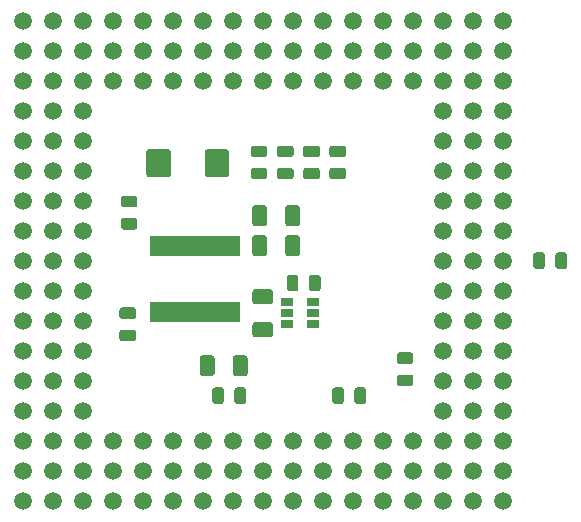
<source format=gbr>
G04 #@! TF.GenerationSoftware,KiCad,Pcbnew,(5.1.5)-3*
G04 #@! TF.CreationDate,2023-10-15T16:11:26+02:00*
G04 #@! TF.ProjectId,486VRM,34383656-524d-42e6-9b69-6361645f7063,rev?*
G04 #@! TF.SameCoordinates,Original*
G04 #@! TF.FileFunction,Paste,Top*
G04 #@! TF.FilePolarity,Positive*
%FSLAX46Y46*%
G04 Gerber Fmt 4.6, Leading zero omitted, Abs format (unit mm)*
G04 Created by KiCad (PCBNEW (5.1.5)-3) date 2023-10-15 16:11:26*
%MOMM*%
%LPD*%
G04 APERTURE LIST*
%ADD10C,0.100000*%
%ADD11C,1.500000*%
%ADD12R,1.060000X0.650000*%
%ADD13R,7.700000X1.800000*%
G04 APERTURE END LIST*
D10*
G36*
X168542142Y-104512174D02*
G01*
X168565803Y-104515684D01*
X168589007Y-104521496D01*
X168611529Y-104529554D01*
X168633153Y-104539782D01*
X168653670Y-104552079D01*
X168672883Y-104566329D01*
X168690607Y-104582393D01*
X168706671Y-104600117D01*
X168720921Y-104619330D01*
X168733218Y-104639847D01*
X168743446Y-104661471D01*
X168751504Y-104683993D01*
X168757316Y-104707197D01*
X168760826Y-104730858D01*
X168762000Y-104754750D01*
X168762000Y-105242250D01*
X168760826Y-105266142D01*
X168757316Y-105289803D01*
X168751504Y-105313007D01*
X168743446Y-105335529D01*
X168733218Y-105357153D01*
X168720921Y-105377670D01*
X168706671Y-105396883D01*
X168690607Y-105414607D01*
X168672883Y-105430671D01*
X168653670Y-105444921D01*
X168633153Y-105457218D01*
X168611529Y-105467446D01*
X168589007Y-105475504D01*
X168565803Y-105481316D01*
X168542142Y-105484826D01*
X168518250Y-105486000D01*
X167605750Y-105486000D01*
X167581858Y-105484826D01*
X167558197Y-105481316D01*
X167534993Y-105475504D01*
X167512471Y-105467446D01*
X167490847Y-105457218D01*
X167470330Y-105444921D01*
X167451117Y-105430671D01*
X167433393Y-105414607D01*
X167417329Y-105396883D01*
X167403079Y-105377670D01*
X167390782Y-105357153D01*
X167380554Y-105335529D01*
X167372496Y-105313007D01*
X167366684Y-105289803D01*
X167363174Y-105266142D01*
X167362000Y-105242250D01*
X167362000Y-104754750D01*
X167363174Y-104730858D01*
X167366684Y-104707197D01*
X167372496Y-104683993D01*
X167380554Y-104661471D01*
X167390782Y-104639847D01*
X167403079Y-104619330D01*
X167417329Y-104600117D01*
X167433393Y-104582393D01*
X167451117Y-104566329D01*
X167470330Y-104552079D01*
X167490847Y-104539782D01*
X167512471Y-104529554D01*
X167534993Y-104521496D01*
X167558197Y-104515684D01*
X167581858Y-104512174D01*
X167605750Y-104511000D01*
X168518250Y-104511000D01*
X168542142Y-104512174D01*
G37*
G36*
X168542142Y-106387174D02*
G01*
X168565803Y-106390684D01*
X168589007Y-106396496D01*
X168611529Y-106404554D01*
X168633153Y-106414782D01*
X168653670Y-106427079D01*
X168672883Y-106441329D01*
X168690607Y-106457393D01*
X168706671Y-106475117D01*
X168720921Y-106494330D01*
X168733218Y-106514847D01*
X168743446Y-106536471D01*
X168751504Y-106558993D01*
X168757316Y-106582197D01*
X168760826Y-106605858D01*
X168762000Y-106629750D01*
X168762000Y-107117250D01*
X168760826Y-107141142D01*
X168757316Y-107164803D01*
X168751504Y-107188007D01*
X168743446Y-107210529D01*
X168733218Y-107232153D01*
X168720921Y-107252670D01*
X168706671Y-107271883D01*
X168690607Y-107289607D01*
X168672883Y-107305671D01*
X168653670Y-107319921D01*
X168633153Y-107332218D01*
X168611529Y-107342446D01*
X168589007Y-107350504D01*
X168565803Y-107356316D01*
X168542142Y-107359826D01*
X168518250Y-107361000D01*
X167605750Y-107361000D01*
X167581858Y-107359826D01*
X167558197Y-107356316D01*
X167534993Y-107350504D01*
X167512471Y-107342446D01*
X167490847Y-107332218D01*
X167470330Y-107319921D01*
X167451117Y-107305671D01*
X167433393Y-107289607D01*
X167417329Y-107271883D01*
X167403079Y-107252670D01*
X167390782Y-107232153D01*
X167380554Y-107210529D01*
X167372496Y-107188007D01*
X167366684Y-107164803D01*
X167363174Y-107141142D01*
X167362000Y-107117250D01*
X167362000Y-106629750D01*
X167363174Y-106605858D01*
X167366684Y-106582197D01*
X167372496Y-106558993D01*
X167380554Y-106536471D01*
X167390782Y-106514847D01*
X167403079Y-106494330D01*
X167417329Y-106475117D01*
X167433393Y-106457393D01*
X167451117Y-106441329D01*
X167470330Y-106427079D01*
X167490847Y-106414782D01*
X167512471Y-106404554D01*
X167534993Y-106396496D01*
X167558197Y-106390684D01*
X167581858Y-106387174D01*
X167605750Y-106386000D01*
X168518250Y-106386000D01*
X168542142Y-106387174D01*
G37*
D11*
X199685000Y-130320000D03*
X199685000Y-125240000D03*
X199685000Y-127780000D03*
X199685000Y-122700000D03*
X199685000Y-120160000D03*
X199685000Y-117620000D03*
X199685000Y-115080000D03*
X199685000Y-112540000D03*
X199685000Y-110000000D03*
X199685000Y-107460000D03*
X199685000Y-104920000D03*
X199685000Y-102380000D03*
X199685000Y-99840000D03*
X199685000Y-97300000D03*
X199685000Y-94760000D03*
X199685000Y-92220000D03*
X199685000Y-89680000D03*
X197145000Y-130320000D03*
X197145000Y-125240000D03*
X197145000Y-127780000D03*
X197145000Y-122700000D03*
X197145000Y-120160000D03*
X197145000Y-117620000D03*
X197145000Y-115080000D03*
X197145000Y-112540000D03*
X197145000Y-110000000D03*
X197145000Y-107460000D03*
X197145000Y-104920000D03*
X197145000Y-102380000D03*
X197145000Y-99840000D03*
X197145000Y-97300000D03*
X197145000Y-94760000D03*
X197145000Y-92220000D03*
X197145000Y-89680000D03*
X194605000Y-130320000D03*
X194605000Y-125240000D03*
X194605000Y-127780000D03*
X194605000Y-122700000D03*
X194605000Y-120160000D03*
X194605000Y-117620000D03*
X194605000Y-115080000D03*
X194605000Y-112540000D03*
X194605000Y-110000000D03*
X194605000Y-107460000D03*
X194605000Y-104920000D03*
X194605000Y-102380000D03*
X194605000Y-99840000D03*
X194605000Y-97300000D03*
X194605000Y-94760000D03*
X194605000Y-92220000D03*
X194605000Y-89680000D03*
X192065000Y-130320000D03*
X192065000Y-125240000D03*
X192065000Y-127780000D03*
X192065000Y-94760000D03*
X192065000Y-92220000D03*
X192065000Y-89680000D03*
X189525000Y-130320000D03*
X189525000Y-125240000D03*
X189525000Y-127780000D03*
X189525000Y-94760000D03*
X189525000Y-92220000D03*
X189525000Y-89680000D03*
X186985000Y-130320000D03*
X186985000Y-125240000D03*
X186985000Y-127780000D03*
X186985000Y-94760000D03*
X186985000Y-92220000D03*
X186985000Y-89680000D03*
X184445000Y-130320000D03*
X184445000Y-125240000D03*
X184445000Y-127780000D03*
X184445000Y-94760000D03*
X184445000Y-92220000D03*
X184445000Y-89680000D03*
X181905000Y-130320000D03*
X181905000Y-125240000D03*
X181905000Y-127780000D03*
X181905000Y-94760000D03*
X181905000Y-92220000D03*
X181905000Y-89680000D03*
X179365000Y-130320000D03*
X179365000Y-125240000D03*
X179365000Y-127780000D03*
X179365000Y-94760000D03*
X179365000Y-92220000D03*
X179365000Y-89680000D03*
X176825000Y-130320000D03*
X176825000Y-125240000D03*
X176825000Y-127780000D03*
X176825000Y-94760000D03*
X176825000Y-92220000D03*
X176825000Y-89680000D03*
X174285000Y-130320000D03*
X174285000Y-125240000D03*
X174285000Y-127780000D03*
X174285000Y-94760000D03*
X174285000Y-92220000D03*
X174285000Y-89680000D03*
X171745000Y-130320000D03*
X171745000Y-125240000D03*
X171745000Y-127780000D03*
X171745000Y-94760000D03*
X171745000Y-92220000D03*
X171745000Y-89680000D03*
X169205000Y-130320000D03*
X169205000Y-125240000D03*
X169205000Y-127780000D03*
X169205000Y-94760000D03*
X169205000Y-92220000D03*
X169205000Y-89680000D03*
X166665000Y-130320000D03*
X166665000Y-125240000D03*
X166665000Y-127780000D03*
X166665000Y-94760000D03*
X166665000Y-92220000D03*
X166665000Y-89680000D03*
X164125000Y-130320000D03*
X164125000Y-125240000D03*
X164125000Y-127780000D03*
X164125000Y-122700000D03*
X164125000Y-120160000D03*
X164125000Y-117620000D03*
X164125000Y-115080000D03*
X164125000Y-112540000D03*
X164125000Y-110000000D03*
X164125000Y-107460000D03*
X164125000Y-104920000D03*
X164125000Y-102380000D03*
X164125000Y-99840000D03*
X164125000Y-97300000D03*
X164125000Y-94760000D03*
X164125000Y-92220000D03*
X164125000Y-89680000D03*
X161585000Y-130320000D03*
X161585000Y-125240000D03*
X161585000Y-127780000D03*
X161585000Y-122700000D03*
X161585000Y-120160000D03*
X161585000Y-117620000D03*
X161585000Y-115080000D03*
X161585000Y-112540000D03*
X161585000Y-110000000D03*
X161585000Y-107460000D03*
X161585000Y-104920000D03*
X161585000Y-102380000D03*
X161585000Y-99840000D03*
X161585000Y-97300000D03*
X161585000Y-94760000D03*
X161585000Y-92220000D03*
X161585000Y-89680000D03*
X159045000Y-130320000D03*
X159045000Y-125240000D03*
X159045000Y-127780000D03*
X159045000Y-122700000D03*
X159045000Y-120160000D03*
X159045000Y-117620000D03*
X159045000Y-115080000D03*
X159045000Y-112540000D03*
X159045000Y-110000000D03*
X159045000Y-107460000D03*
X159045000Y-104920000D03*
X159045000Y-102380000D03*
X159045000Y-99840000D03*
X159045000Y-97300000D03*
X159045000Y-94760000D03*
X159045000Y-92220000D03*
X159045000Y-89680000D03*
D10*
G36*
X176289504Y-100571204D02*
G01*
X176313773Y-100574804D01*
X176337571Y-100580765D01*
X176360671Y-100589030D01*
X176382849Y-100599520D01*
X176403893Y-100612133D01*
X176423598Y-100626747D01*
X176441777Y-100643223D01*
X176458253Y-100661402D01*
X176472867Y-100681107D01*
X176485480Y-100702151D01*
X176495970Y-100724329D01*
X176504235Y-100747429D01*
X176510196Y-100771227D01*
X176513796Y-100795496D01*
X176515000Y-100820000D01*
X176515000Y-102670000D01*
X176513796Y-102694504D01*
X176510196Y-102718773D01*
X176504235Y-102742571D01*
X176495970Y-102765671D01*
X176485480Y-102787849D01*
X176472867Y-102808893D01*
X176458253Y-102828598D01*
X176441777Y-102846777D01*
X176423598Y-102863253D01*
X176403893Y-102877867D01*
X176382849Y-102890480D01*
X176360671Y-102900970D01*
X176337571Y-102909235D01*
X176313773Y-102915196D01*
X176289504Y-102918796D01*
X176265000Y-102920000D01*
X174690000Y-102920000D01*
X174665496Y-102918796D01*
X174641227Y-102915196D01*
X174617429Y-102909235D01*
X174594329Y-102900970D01*
X174572151Y-102890480D01*
X174551107Y-102877867D01*
X174531402Y-102863253D01*
X174513223Y-102846777D01*
X174496747Y-102828598D01*
X174482133Y-102808893D01*
X174469520Y-102787849D01*
X174459030Y-102765671D01*
X174450765Y-102742571D01*
X174444804Y-102718773D01*
X174441204Y-102694504D01*
X174440000Y-102670000D01*
X174440000Y-100820000D01*
X174441204Y-100795496D01*
X174444804Y-100771227D01*
X174450765Y-100747429D01*
X174459030Y-100724329D01*
X174469520Y-100702151D01*
X174482133Y-100681107D01*
X174496747Y-100661402D01*
X174513223Y-100643223D01*
X174531402Y-100626747D01*
X174551107Y-100612133D01*
X174572151Y-100599520D01*
X174594329Y-100589030D01*
X174617429Y-100580765D01*
X174641227Y-100574804D01*
X174665496Y-100571204D01*
X174690000Y-100570000D01*
X176265000Y-100570000D01*
X176289504Y-100571204D01*
G37*
G36*
X171364504Y-100571204D02*
G01*
X171388773Y-100574804D01*
X171412571Y-100580765D01*
X171435671Y-100589030D01*
X171457849Y-100599520D01*
X171478893Y-100612133D01*
X171498598Y-100626747D01*
X171516777Y-100643223D01*
X171533253Y-100661402D01*
X171547867Y-100681107D01*
X171560480Y-100702151D01*
X171570970Y-100724329D01*
X171579235Y-100747429D01*
X171585196Y-100771227D01*
X171588796Y-100795496D01*
X171590000Y-100820000D01*
X171590000Y-102670000D01*
X171588796Y-102694504D01*
X171585196Y-102718773D01*
X171579235Y-102742571D01*
X171570970Y-102765671D01*
X171560480Y-102787849D01*
X171547867Y-102808893D01*
X171533253Y-102828598D01*
X171516777Y-102846777D01*
X171498598Y-102863253D01*
X171478893Y-102877867D01*
X171457849Y-102890480D01*
X171435671Y-102900970D01*
X171412571Y-102909235D01*
X171388773Y-102915196D01*
X171364504Y-102918796D01*
X171340000Y-102920000D01*
X169765000Y-102920000D01*
X169740496Y-102918796D01*
X169716227Y-102915196D01*
X169692429Y-102909235D01*
X169669329Y-102900970D01*
X169647151Y-102890480D01*
X169626107Y-102877867D01*
X169606402Y-102863253D01*
X169588223Y-102846777D01*
X169571747Y-102828598D01*
X169557133Y-102808893D01*
X169544520Y-102787849D01*
X169534030Y-102765671D01*
X169525765Y-102742571D01*
X169519804Y-102718773D01*
X169516204Y-102694504D01*
X169515000Y-102670000D01*
X169515000Y-100820000D01*
X169516204Y-100795496D01*
X169519804Y-100771227D01*
X169525765Y-100747429D01*
X169534030Y-100724329D01*
X169544520Y-100702151D01*
X169557133Y-100681107D01*
X169571747Y-100661402D01*
X169588223Y-100643223D01*
X169606402Y-100626747D01*
X169626107Y-100612133D01*
X169647151Y-100599520D01*
X169669329Y-100589030D01*
X169692429Y-100580765D01*
X169716227Y-100574804D01*
X169740496Y-100571204D01*
X169765000Y-100570000D01*
X171340000Y-100570000D01*
X171364504Y-100571204D01*
G37*
G36*
X177727642Y-120731174D02*
G01*
X177751303Y-120734684D01*
X177774507Y-120740496D01*
X177797029Y-120748554D01*
X177818653Y-120758782D01*
X177839170Y-120771079D01*
X177858383Y-120785329D01*
X177876107Y-120801393D01*
X177892171Y-120819117D01*
X177906421Y-120838330D01*
X177918718Y-120858847D01*
X177928946Y-120880471D01*
X177937004Y-120902993D01*
X177942816Y-120926197D01*
X177946326Y-120949858D01*
X177947500Y-120973750D01*
X177947500Y-121886250D01*
X177946326Y-121910142D01*
X177942816Y-121933803D01*
X177937004Y-121957007D01*
X177928946Y-121979529D01*
X177918718Y-122001153D01*
X177906421Y-122021670D01*
X177892171Y-122040883D01*
X177876107Y-122058607D01*
X177858383Y-122074671D01*
X177839170Y-122088921D01*
X177818653Y-122101218D01*
X177797029Y-122111446D01*
X177774507Y-122119504D01*
X177751303Y-122125316D01*
X177727642Y-122128826D01*
X177703750Y-122130000D01*
X177216250Y-122130000D01*
X177192358Y-122128826D01*
X177168697Y-122125316D01*
X177145493Y-122119504D01*
X177122971Y-122111446D01*
X177101347Y-122101218D01*
X177080830Y-122088921D01*
X177061617Y-122074671D01*
X177043893Y-122058607D01*
X177027829Y-122040883D01*
X177013579Y-122021670D01*
X177001282Y-122001153D01*
X176991054Y-121979529D01*
X176982996Y-121957007D01*
X176977184Y-121933803D01*
X176973674Y-121910142D01*
X176972500Y-121886250D01*
X176972500Y-120973750D01*
X176973674Y-120949858D01*
X176977184Y-120926197D01*
X176982996Y-120902993D01*
X176991054Y-120880471D01*
X177001282Y-120858847D01*
X177013579Y-120838330D01*
X177027829Y-120819117D01*
X177043893Y-120801393D01*
X177061617Y-120785329D01*
X177080830Y-120771079D01*
X177101347Y-120758782D01*
X177122971Y-120748554D01*
X177145493Y-120740496D01*
X177168697Y-120734684D01*
X177192358Y-120731174D01*
X177216250Y-120730000D01*
X177703750Y-120730000D01*
X177727642Y-120731174D01*
G37*
G36*
X175852642Y-120731174D02*
G01*
X175876303Y-120734684D01*
X175899507Y-120740496D01*
X175922029Y-120748554D01*
X175943653Y-120758782D01*
X175964170Y-120771079D01*
X175983383Y-120785329D01*
X176001107Y-120801393D01*
X176017171Y-120819117D01*
X176031421Y-120838330D01*
X176043718Y-120858847D01*
X176053946Y-120880471D01*
X176062004Y-120902993D01*
X176067816Y-120926197D01*
X176071326Y-120949858D01*
X176072500Y-120973750D01*
X176072500Y-121886250D01*
X176071326Y-121910142D01*
X176067816Y-121933803D01*
X176062004Y-121957007D01*
X176053946Y-121979529D01*
X176043718Y-122001153D01*
X176031421Y-122021670D01*
X176017171Y-122040883D01*
X176001107Y-122058607D01*
X175983383Y-122074671D01*
X175964170Y-122088921D01*
X175943653Y-122101218D01*
X175922029Y-122111446D01*
X175899507Y-122119504D01*
X175876303Y-122125316D01*
X175852642Y-122128826D01*
X175828750Y-122130000D01*
X175341250Y-122130000D01*
X175317358Y-122128826D01*
X175293697Y-122125316D01*
X175270493Y-122119504D01*
X175247971Y-122111446D01*
X175226347Y-122101218D01*
X175205830Y-122088921D01*
X175186617Y-122074671D01*
X175168893Y-122058607D01*
X175152829Y-122040883D01*
X175138579Y-122021670D01*
X175126282Y-122001153D01*
X175116054Y-121979529D01*
X175107996Y-121957007D01*
X175102184Y-121933803D01*
X175098674Y-121910142D01*
X175097500Y-121886250D01*
X175097500Y-120973750D01*
X175098674Y-120949858D01*
X175102184Y-120926197D01*
X175107996Y-120902993D01*
X175116054Y-120880471D01*
X175126282Y-120858847D01*
X175138579Y-120838330D01*
X175152829Y-120819117D01*
X175168893Y-120801393D01*
X175186617Y-120785329D01*
X175205830Y-120771079D01*
X175226347Y-120758782D01*
X175247971Y-120748554D01*
X175270493Y-120740496D01*
X175293697Y-120734684D01*
X175317358Y-120731174D01*
X175341250Y-120730000D01*
X175828750Y-120730000D01*
X175852642Y-120731174D01*
G37*
G36*
X187887642Y-120731174D02*
G01*
X187911303Y-120734684D01*
X187934507Y-120740496D01*
X187957029Y-120748554D01*
X187978653Y-120758782D01*
X187999170Y-120771079D01*
X188018383Y-120785329D01*
X188036107Y-120801393D01*
X188052171Y-120819117D01*
X188066421Y-120838330D01*
X188078718Y-120858847D01*
X188088946Y-120880471D01*
X188097004Y-120902993D01*
X188102816Y-120926197D01*
X188106326Y-120949858D01*
X188107500Y-120973750D01*
X188107500Y-121886250D01*
X188106326Y-121910142D01*
X188102816Y-121933803D01*
X188097004Y-121957007D01*
X188088946Y-121979529D01*
X188078718Y-122001153D01*
X188066421Y-122021670D01*
X188052171Y-122040883D01*
X188036107Y-122058607D01*
X188018383Y-122074671D01*
X187999170Y-122088921D01*
X187978653Y-122101218D01*
X187957029Y-122111446D01*
X187934507Y-122119504D01*
X187911303Y-122125316D01*
X187887642Y-122128826D01*
X187863750Y-122130000D01*
X187376250Y-122130000D01*
X187352358Y-122128826D01*
X187328697Y-122125316D01*
X187305493Y-122119504D01*
X187282971Y-122111446D01*
X187261347Y-122101218D01*
X187240830Y-122088921D01*
X187221617Y-122074671D01*
X187203893Y-122058607D01*
X187187829Y-122040883D01*
X187173579Y-122021670D01*
X187161282Y-122001153D01*
X187151054Y-121979529D01*
X187142996Y-121957007D01*
X187137184Y-121933803D01*
X187133674Y-121910142D01*
X187132500Y-121886250D01*
X187132500Y-120973750D01*
X187133674Y-120949858D01*
X187137184Y-120926197D01*
X187142996Y-120902993D01*
X187151054Y-120880471D01*
X187161282Y-120858847D01*
X187173579Y-120838330D01*
X187187829Y-120819117D01*
X187203893Y-120801393D01*
X187221617Y-120785329D01*
X187240830Y-120771079D01*
X187261347Y-120758782D01*
X187282971Y-120748554D01*
X187305493Y-120740496D01*
X187328697Y-120734684D01*
X187352358Y-120731174D01*
X187376250Y-120730000D01*
X187863750Y-120730000D01*
X187887642Y-120731174D01*
G37*
G36*
X186012642Y-120731174D02*
G01*
X186036303Y-120734684D01*
X186059507Y-120740496D01*
X186082029Y-120748554D01*
X186103653Y-120758782D01*
X186124170Y-120771079D01*
X186143383Y-120785329D01*
X186161107Y-120801393D01*
X186177171Y-120819117D01*
X186191421Y-120838330D01*
X186203718Y-120858847D01*
X186213946Y-120880471D01*
X186222004Y-120902993D01*
X186227816Y-120926197D01*
X186231326Y-120949858D01*
X186232500Y-120973750D01*
X186232500Y-121886250D01*
X186231326Y-121910142D01*
X186227816Y-121933803D01*
X186222004Y-121957007D01*
X186213946Y-121979529D01*
X186203718Y-122001153D01*
X186191421Y-122021670D01*
X186177171Y-122040883D01*
X186161107Y-122058607D01*
X186143383Y-122074671D01*
X186124170Y-122088921D01*
X186103653Y-122101218D01*
X186082029Y-122111446D01*
X186059507Y-122119504D01*
X186036303Y-122125316D01*
X186012642Y-122128826D01*
X185988750Y-122130000D01*
X185501250Y-122130000D01*
X185477358Y-122128826D01*
X185453697Y-122125316D01*
X185430493Y-122119504D01*
X185407971Y-122111446D01*
X185386347Y-122101218D01*
X185365830Y-122088921D01*
X185346617Y-122074671D01*
X185328893Y-122058607D01*
X185312829Y-122040883D01*
X185298579Y-122021670D01*
X185286282Y-122001153D01*
X185276054Y-121979529D01*
X185267996Y-121957007D01*
X185262184Y-121933803D01*
X185258674Y-121910142D01*
X185257500Y-121886250D01*
X185257500Y-120973750D01*
X185258674Y-120949858D01*
X185262184Y-120926197D01*
X185267996Y-120902993D01*
X185276054Y-120880471D01*
X185286282Y-120858847D01*
X185298579Y-120838330D01*
X185312829Y-120819117D01*
X185328893Y-120801393D01*
X185346617Y-120785329D01*
X185365830Y-120771079D01*
X185386347Y-120758782D01*
X185407971Y-120748554D01*
X185430493Y-120740496D01*
X185453697Y-120734684D01*
X185477358Y-120731174D01*
X185501250Y-120730000D01*
X185988750Y-120730000D01*
X186012642Y-120731174D01*
G37*
G36*
X191910142Y-117768674D02*
G01*
X191933803Y-117772184D01*
X191957007Y-117777996D01*
X191979529Y-117786054D01*
X192001153Y-117796282D01*
X192021670Y-117808579D01*
X192040883Y-117822829D01*
X192058607Y-117838893D01*
X192074671Y-117856617D01*
X192088921Y-117875830D01*
X192101218Y-117896347D01*
X192111446Y-117917971D01*
X192119504Y-117940493D01*
X192125316Y-117963697D01*
X192128826Y-117987358D01*
X192130000Y-118011250D01*
X192130000Y-118498750D01*
X192128826Y-118522642D01*
X192125316Y-118546303D01*
X192119504Y-118569507D01*
X192111446Y-118592029D01*
X192101218Y-118613653D01*
X192088921Y-118634170D01*
X192074671Y-118653383D01*
X192058607Y-118671107D01*
X192040883Y-118687171D01*
X192021670Y-118701421D01*
X192001153Y-118713718D01*
X191979529Y-118723946D01*
X191957007Y-118732004D01*
X191933803Y-118737816D01*
X191910142Y-118741326D01*
X191886250Y-118742500D01*
X190973750Y-118742500D01*
X190949858Y-118741326D01*
X190926197Y-118737816D01*
X190902993Y-118732004D01*
X190880471Y-118723946D01*
X190858847Y-118713718D01*
X190838330Y-118701421D01*
X190819117Y-118687171D01*
X190801393Y-118671107D01*
X190785329Y-118653383D01*
X190771079Y-118634170D01*
X190758782Y-118613653D01*
X190748554Y-118592029D01*
X190740496Y-118569507D01*
X190734684Y-118546303D01*
X190731174Y-118522642D01*
X190730000Y-118498750D01*
X190730000Y-118011250D01*
X190731174Y-117987358D01*
X190734684Y-117963697D01*
X190740496Y-117940493D01*
X190748554Y-117917971D01*
X190758782Y-117896347D01*
X190771079Y-117875830D01*
X190785329Y-117856617D01*
X190801393Y-117838893D01*
X190819117Y-117822829D01*
X190838330Y-117808579D01*
X190858847Y-117796282D01*
X190880471Y-117786054D01*
X190902993Y-117777996D01*
X190926197Y-117772184D01*
X190949858Y-117768674D01*
X190973750Y-117767500D01*
X191886250Y-117767500D01*
X191910142Y-117768674D01*
G37*
G36*
X191910142Y-119643674D02*
G01*
X191933803Y-119647184D01*
X191957007Y-119652996D01*
X191979529Y-119661054D01*
X192001153Y-119671282D01*
X192021670Y-119683579D01*
X192040883Y-119697829D01*
X192058607Y-119713893D01*
X192074671Y-119731617D01*
X192088921Y-119750830D01*
X192101218Y-119771347D01*
X192111446Y-119792971D01*
X192119504Y-119815493D01*
X192125316Y-119838697D01*
X192128826Y-119862358D01*
X192130000Y-119886250D01*
X192130000Y-120373750D01*
X192128826Y-120397642D01*
X192125316Y-120421303D01*
X192119504Y-120444507D01*
X192111446Y-120467029D01*
X192101218Y-120488653D01*
X192088921Y-120509170D01*
X192074671Y-120528383D01*
X192058607Y-120546107D01*
X192040883Y-120562171D01*
X192021670Y-120576421D01*
X192001153Y-120588718D01*
X191979529Y-120598946D01*
X191957007Y-120607004D01*
X191933803Y-120612816D01*
X191910142Y-120616326D01*
X191886250Y-120617500D01*
X190973750Y-120617500D01*
X190949858Y-120616326D01*
X190926197Y-120612816D01*
X190902993Y-120607004D01*
X190880471Y-120598946D01*
X190858847Y-120588718D01*
X190838330Y-120576421D01*
X190819117Y-120562171D01*
X190801393Y-120546107D01*
X190785329Y-120528383D01*
X190771079Y-120509170D01*
X190758782Y-120488653D01*
X190748554Y-120467029D01*
X190740496Y-120444507D01*
X190734684Y-120421303D01*
X190731174Y-120397642D01*
X190730000Y-120373750D01*
X190730000Y-119886250D01*
X190731174Y-119862358D01*
X190734684Y-119838697D01*
X190740496Y-119815493D01*
X190748554Y-119792971D01*
X190758782Y-119771347D01*
X190771079Y-119750830D01*
X190785329Y-119731617D01*
X190801393Y-119713893D01*
X190819117Y-119697829D01*
X190838330Y-119683579D01*
X190858847Y-119671282D01*
X190880471Y-119661054D01*
X190902993Y-119652996D01*
X190926197Y-119647184D01*
X190949858Y-119643674D01*
X190973750Y-119642500D01*
X191886250Y-119642500D01*
X191910142Y-119643674D01*
G37*
G36*
X168415142Y-113958674D02*
G01*
X168438803Y-113962184D01*
X168462007Y-113967996D01*
X168484529Y-113976054D01*
X168506153Y-113986282D01*
X168526670Y-113998579D01*
X168545883Y-114012829D01*
X168563607Y-114028893D01*
X168579671Y-114046617D01*
X168593921Y-114065830D01*
X168606218Y-114086347D01*
X168616446Y-114107971D01*
X168624504Y-114130493D01*
X168630316Y-114153697D01*
X168633826Y-114177358D01*
X168635000Y-114201250D01*
X168635000Y-114688750D01*
X168633826Y-114712642D01*
X168630316Y-114736303D01*
X168624504Y-114759507D01*
X168616446Y-114782029D01*
X168606218Y-114803653D01*
X168593921Y-114824170D01*
X168579671Y-114843383D01*
X168563607Y-114861107D01*
X168545883Y-114877171D01*
X168526670Y-114891421D01*
X168506153Y-114903718D01*
X168484529Y-114913946D01*
X168462007Y-114922004D01*
X168438803Y-114927816D01*
X168415142Y-114931326D01*
X168391250Y-114932500D01*
X167478750Y-114932500D01*
X167454858Y-114931326D01*
X167431197Y-114927816D01*
X167407993Y-114922004D01*
X167385471Y-114913946D01*
X167363847Y-114903718D01*
X167343330Y-114891421D01*
X167324117Y-114877171D01*
X167306393Y-114861107D01*
X167290329Y-114843383D01*
X167276079Y-114824170D01*
X167263782Y-114803653D01*
X167253554Y-114782029D01*
X167245496Y-114759507D01*
X167239684Y-114736303D01*
X167236174Y-114712642D01*
X167235000Y-114688750D01*
X167235000Y-114201250D01*
X167236174Y-114177358D01*
X167239684Y-114153697D01*
X167245496Y-114130493D01*
X167253554Y-114107971D01*
X167263782Y-114086347D01*
X167276079Y-114065830D01*
X167290329Y-114046617D01*
X167306393Y-114028893D01*
X167324117Y-114012829D01*
X167343330Y-113998579D01*
X167363847Y-113986282D01*
X167385471Y-113976054D01*
X167407993Y-113967996D01*
X167431197Y-113962184D01*
X167454858Y-113958674D01*
X167478750Y-113957500D01*
X168391250Y-113957500D01*
X168415142Y-113958674D01*
G37*
G36*
X168415142Y-115833674D02*
G01*
X168438803Y-115837184D01*
X168462007Y-115842996D01*
X168484529Y-115851054D01*
X168506153Y-115861282D01*
X168526670Y-115873579D01*
X168545883Y-115887829D01*
X168563607Y-115903893D01*
X168579671Y-115921617D01*
X168593921Y-115940830D01*
X168606218Y-115961347D01*
X168616446Y-115982971D01*
X168624504Y-116005493D01*
X168630316Y-116028697D01*
X168633826Y-116052358D01*
X168635000Y-116076250D01*
X168635000Y-116563750D01*
X168633826Y-116587642D01*
X168630316Y-116611303D01*
X168624504Y-116634507D01*
X168616446Y-116657029D01*
X168606218Y-116678653D01*
X168593921Y-116699170D01*
X168579671Y-116718383D01*
X168563607Y-116736107D01*
X168545883Y-116752171D01*
X168526670Y-116766421D01*
X168506153Y-116778718D01*
X168484529Y-116788946D01*
X168462007Y-116797004D01*
X168438803Y-116802816D01*
X168415142Y-116806326D01*
X168391250Y-116807500D01*
X167478750Y-116807500D01*
X167454858Y-116806326D01*
X167431197Y-116802816D01*
X167407993Y-116797004D01*
X167385471Y-116788946D01*
X167363847Y-116778718D01*
X167343330Y-116766421D01*
X167324117Y-116752171D01*
X167306393Y-116736107D01*
X167290329Y-116718383D01*
X167276079Y-116699170D01*
X167263782Y-116678653D01*
X167253554Y-116657029D01*
X167245496Y-116634507D01*
X167239684Y-116611303D01*
X167236174Y-116587642D01*
X167235000Y-116563750D01*
X167235000Y-116076250D01*
X167236174Y-116052358D01*
X167239684Y-116028697D01*
X167245496Y-116005493D01*
X167253554Y-115982971D01*
X167263782Y-115961347D01*
X167276079Y-115940830D01*
X167290329Y-115921617D01*
X167306393Y-115903893D01*
X167324117Y-115887829D01*
X167343330Y-115873579D01*
X167363847Y-115861282D01*
X167385471Y-115851054D01*
X167407993Y-115842996D01*
X167431197Y-115837184D01*
X167454858Y-115833674D01*
X167478750Y-115832500D01*
X168391250Y-115832500D01*
X168415142Y-115833674D01*
G37*
D12*
X183640000Y-114445000D03*
X183640000Y-113495000D03*
X183640000Y-115395000D03*
X181440000Y-115395000D03*
X181440000Y-114445000D03*
X181440000Y-113495000D03*
D10*
G36*
X203030642Y-109301174D02*
G01*
X203054303Y-109304684D01*
X203077507Y-109310496D01*
X203100029Y-109318554D01*
X203121653Y-109328782D01*
X203142170Y-109341079D01*
X203161383Y-109355329D01*
X203179107Y-109371393D01*
X203195171Y-109389117D01*
X203209421Y-109408330D01*
X203221718Y-109428847D01*
X203231946Y-109450471D01*
X203240004Y-109472993D01*
X203245816Y-109496197D01*
X203249326Y-109519858D01*
X203250500Y-109543750D01*
X203250500Y-110456250D01*
X203249326Y-110480142D01*
X203245816Y-110503803D01*
X203240004Y-110527007D01*
X203231946Y-110549529D01*
X203221718Y-110571153D01*
X203209421Y-110591670D01*
X203195171Y-110610883D01*
X203179107Y-110628607D01*
X203161383Y-110644671D01*
X203142170Y-110658921D01*
X203121653Y-110671218D01*
X203100029Y-110681446D01*
X203077507Y-110689504D01*
X203054303Y-110695316D01*
X203030642Y-110698826D01*
X203006750Y-110700000D01*
X202519250Y-110700000D01*
X202495358Y-110698826D01*
X202471697Y-110695316D01*
X202448493Y-110689504D01*
X202425971Y-110681446D01*
X202404347Y-110671218D01*
X202383830Y-110658921D01*
X202364617Y-110644671D01*
X202346893Y-110628607D01*
X202330829Y-110610883D01*
X202316579Y-110591670D01*
X202304282Y-110571153D01*
X202294054Y-110549529D01*
X202285996Y-110527007D01*
X202280184Y-110503803D01*
X202276674Y-110480142D01*
X202275500Y-110456250D01*
X202275500Y-109543750D01*
X202276674Y-109519858D01*
X202280184Y-109496197D01*
X202285996Y-109472993D01*
X202294054Y-109450471D01*
X202304282Y-109428847D01*
X202316579Y-109408330D01*
X202330829Y-109389117D01*
X202346893Y-109371393D01*
X202364617Y-109355329D01*
X202383830Y-109341079D01*
X202404347Y-109328782D01*
X202425971Y-109318554D01*
X202448493Y-109310496D01*
X202471697Y-109304684D01*
X202495358Y-109301174D01*
X202519250Y-109300000D01*
X203006750Y-109300000D01*
X203030642Y-109301174D01*
G37*
G36*
X204905642Y-109301174D02*
G01*
X204929303Y-109304684D01*
X204952507Y-109310496D01*
X204975029Y-109318554D01*
X204996653Y-109328782D01*
X205017170Y-109341079D01*
X205036383Y-109355329D01*
X205054107Y-109371393D01*
X205070171Y-109389117D01*
X205084421Y-109408330D01*
X205096718Y-109428847D01*
X205106946Y-109450471D01*
X205115004Y-109472993D01*
X205120816Y-109496197D01*
X205124326Y-109519858D01*
X205125500Y-109543750D01*
X205125500Y-110456250D01*
X205124326Y-110480142D01*
X205120816Y-110503803D01*
X205115004Y-110527007D01*
X205106946Y-110549529D01*
X205096718Y-110571153D01*
X205084421Y-110591670D01*
X205070171Y-110610883D01*
X205054107Y-110628607D01*
X205036383Y-110644671D01*
X205017170Y-110658921D01*
X204996653Y-110671218D01*
X204975029Y-110681446D01*
X204952507Y-110689504D01*
X204929303Y-110695316D01*
X204905642Y-110698826D01*
X204881750Y-110700000D01*
X204394250Y-110700000D01*
X204370358Y-110698826D01*
X204346697Y-110695316D01*
X204323493Y-110689504D01*
X204300971Y-110681446D01*
X204279347Y-110671218D01*
X204258830Y-110658921D01*
X204239617Y-110644671D01*
X204221893Y-110628607D01*
X204205829Y-110610883D01*
X204191579Y-110591670D01*
X204179282Y-110571153D01*
X204169054Y-110549529D01*
X204160996Y-110527007D01*
X204155184Y-110503803D01*
X204151674Y-110480142D01*
X204150500Y-110456250D01*
X204150500Y-109543750D01*
X204151674Y-109519858D01*
X204155184Y-109496197D01*
X204160996Y-109472993D01*
X204169054Y-109450471D01*
X204179282Y-109428847D01*
X204191579Y-109408330D01*
X204205829Y-109389117D01*
X204221893Y-109371393D01*
X204239617Y-109355329D01*
X204258830Y-109341079D01*
X204279347Y-109328782D01*
X204300971Y-109318554D01*
X204323493Y-109310496D01*
X204346697Y-109304684D01*
X204370358Y-109301174D01*
X204394250Y-109300000D01*
X204881750Y-109300000D01*
X204905642Y-109301174D01*
G37*
G36*
X186195142Y-100256174D02*
G01*
X186218803Y-100259684D01*
X186242007Y-100265496D01*
X186264529Y-100273554D01*
X186286153Y-100283782D01*
X186306670Y-100296079D01*
X186325883Y-100310329D01*
X186343607Y-100326393D01*
X186359671Y-100344117D01*
X186373921Y-100363330D01*
X186386218Y-100383847D01*
X186396446Y-100405471D01*
X186404504Y-100427993D01*
X186410316Y-100451197D01*
X186413826Y-100474858D01*
X186415000Y-100498750D01*
X186415000Y-100986250D01*
X186413826Y-101010142D01*
X186410316Y-101033803D01*
X186404504Y-101057007D01*
X186396446Y-101079529D01*
X186386218Y-101101153D01*
X186373921Y-101121670D01*
X186359671Y-101140883D01*
X186343607Y-101158607D01*
X186325883Y-101174671D01*
X186306670Y-101188921D01*
X186286153Y-101201218D01*
X186264529Y-101211446D01*
X186242007Y-101219504D01*
X186218803Y-101225316D01*
X186195142Y-101228826D01*
X186171250Y-101230000D01*
X185258750Y-101230000D01*
X185234858Y-101228826D01*
X185211197Y-101225316D01*
X185187993Y-101219504D01*
X185165471Y-101211446D01*
X185143847Y-101201218D01*
X185123330Y-101188921D01*
X185104117Y-101174671D01*
X185086393Y-101158607D01*
X185070329Y-101140883D01*
X185056079Y-101121670D01*
X185043782Y-101101153D01*
X185033554Y-101079529D01*
X185025496Y-101057007D01*
X185019684Y-101033803D01*
X185016174Y-101010142D01*
X185015000Y-100986250D01*
X185015000Y-100498750D01*
X185016174Y-100474858D01*
X185019684Y-100451197D01*
X185025496Y-100427993D01*
X185033554Y-100405471D01*
X185043782Y-100383847D01*
X185056079Y-100363330D01*
X185070329Y-100344117D01*
X185086393Y-100326393D01*
X185104117Y-100310329D01*
X185123330Y-100296079D01*
X185143847Y-100283782D01*
X185165471Y-100273554D01*
X185187993Y-100265496D01*
X185211197Y-100259684D01*
X185234858Y-100256174D01*
X185258750Y-100255000D01*
X186171250Y-100255000D01*
X186195142Y-100256174D01*
G37*
G36*
X186195142Y-102131174D02*
G01*
X186218803Y-102134684D01*
X186242007Y-102140496D01*
X186264529Y-102148554D01*
X186286153Y-102158782D01*
X186306670Y-102171079D01*
X186325883Y-102185329D01*
X186343607Y-102201393D01*
X186359671Y-102219117D01*
X186373921Y-102238330D01*
X186386218Y-102258847D01*
X186396446Y-102280471D01*
X186404504Y-102302993D01*
X186410316Y-102326197D01*
X186413826Y-102349858D01*
X186415000Y-102373750D01*
X186415000Y-102861250D01*
X186413826Y-102885142D01*
X186410316Y-102908803D01*
X186404504Y-102932007D01*
X186396446Y-102954529D01*
X186386218Y-102976153D01*
X186373921Y-102996670D01*
X186359671Y-103015883D01*
X186343607Y-103033607D01*
X186325883Y-103049671D01*
X186306670Y-103063921D01*
X186286153Y-103076218D01*
X186264529Y-103086446D01*
X186242007Y-103094504D01*
X186218803Y-103100316D01*
X186195142Y-103103826D01*
X186171250Y-103105000D01*
X185258750Y-103105000D01*
X185234858Y-103103826D01*
X185211197Y-103100316D01*
X185187993Y-103094504D01*
X185165471Y-103086446D01*
X185143847Y-103076218D01*
X185123330Y-103063921D01*
X185104117Y-103049671D01*
X185086393Y-103033607D01*
X185070329Y-103015883D01*
X185056079Y-102996670D01*
X185043782Y-102976153D01*
X185033554Y-102954529D01*
X185025496Y-102932007D01*
X185019684Y-102908803D01*
X185016174Y-102885142D01*
X185015000Y-102861250D01*
X185015000Y-102373750D01*
X185016174Y-102349858D01*
X185019684Y-102326197D01*
X185025496Y-102302993D01*
X185033554Y-102280471D01*
X185043782Y-102258847D01*
X185056079Y-102238330D01*
X185070329Y-102219117D01*
X185086393Y-102201393D01*
X185104117Y-102185329D01*
X185123330Y-102171079D01*
X185143847Y-102158782D01*
X185165471Y-102148554D01*
X185187993Y-102140496D01*
X185211197Y-102134684D01*
X185234858Y-102131174D01*
X185258750Y-102130000D01*
X186171250Y-102130000D01*
X186195142Y-102131174D01*
G37*
G36*
X181754475Y-100256174D02*
G01*
X181778136Y-100259684D01*
X181801340Y-100265496D01*
X181823862Y-100273554D01*
X181845486Y-100283782D01*
X181866003Y-100296079D01*
X181885216Y-100310329D01*
X181902940Y-100326393D01*
X181919004Y-100344117D01*
X181933254Y-100363330D01*
X181945551Y-100383847D01*
X181955779Y-100405471D01*
X181963837Y-100427993D01*
X181969649Y-100451197D01*
X181973159Y-100474858D01*
X181974333Y-100498750D01*
X181974333Y-100986250D01*
X181973159Y-101010142D01*
X181969649Y-101033803D01*
X181963837Y-101057007D01*
X181955779Y-101079529D01*
X181945551Y-101101153D01*
X181933254Y-101121670D01*
X181919004Y-101140883D01*
X181902940Y-101158607D01*
X181885216Y-101174671D01*
X181866003Y-101188921D01*
X181845486Y-101201218D01*
X181823862Y-101211446D01*
X181801340Y-101219504D01*
X181778136Y-101225316D01*
X181754475Y-101228826D01*
X181730583Y-101230000D01*
X180818083Y-101230000D01*
X180794191Y-101228826D01*
X180770530Y-101225316D01*
X180747326Y-101219504D01*
X180724804Y-101211446D01*
X180703180Y-101201218D01*
X180682663Y-101188921D01*
X180663450Y-101174671D01*
X180645726Y-101158607D01*
X180629662Y-101140883D01*
X180615412Y-101121670D01*
X180603115Y-101101153D01*
X180592887Y-101079529D01*
X180584829Y-101057007D01*
X180579017Y-101033803D01*
X180575507Y-101010142D01*
X180574333Y-100986250D01*
X180574333Y-100498750D01*
X180575507Y-100474858D01*
X180579017Y-100451197D01*
X180584829Y-100427993D01*
X180592887Y-100405471D01*
X180603115Y-100383847D01*
X180615412Y-100363330D01*
X180629662Y-100344117D01*
X180645726Y-100326393D01*
X180663450Y-100310329D01*
X180682663Y-100296079D01*
X180703180Y-100283782D01*
X180724804Y-100273554D01*
X180747326Y-100265496D01*
X180770530Y-100259684D01*
X180794191Y-100256174D01*
X180818083Y-100255000D01*
X181730583Y-100255000D01*
X181754475Y-100256174D01*
G37*
G36*
X181754475Y-102131174D02*
G01*
X181778136Y-102134684D01*
X181801340Y-102140496D01*
X181823862Y-102148554D01*
X181845486Y-102158782D01*
X181866003Y-102171079D01*
X181885216Y-102185329D01*
X181902940Y-102201393D01*
X181919004Y-102219117D01*
X181933254Y-102238330D01*
X181945551Y-102258847D01*
X181955779Y-102280471D01*
X181963837Y-102302993D01*
X181969649Y-102326197D01*
X181973159Y-102349858D01*
X181974333Y-102373750D01*
X181974333Y-102861250D01*
X181973159Y-102885142D01*
X181969649Y-102908803D01*
X181963837Y-102932007D01*
X181955779Y-102954529D01*
X181945551Y-102976153D01*
X181933254Y-102996670D01*
X181919004Y-103015883D01*
X181902940Y-103033607D01*
X181885216Y-103049671D01*
X181866003Y-103063921D01*
X181845486Y-103076218D01*
X181823862Y-103086446D01*
X181801340Y-103094504D01*
X181778136Y-103100316D01*
X181754475Y-103103826D01*
X181730583Y-103105000D01*
X180818083Y-103105000D01*
X180794191Y-103103826D01*
X180770530Y-103100316D01*
X180747326Y-103094504D01*
X180724804Y-103086446D01*
X180703180Y-103076218D01*
X180682663Y-103063921D01*
X180663450Y-103049671D01*
X180645726Y-103033607D01*
X180629662Y-103015883D01*
X180615412Y-102996670D01*
X180603115Y-102976153D01*
X180592887Y-102954529D01*
X180584829Y-102932007D01*
X180579017Y-102908803D01*
X180575507Y-102885142D01*
X180574333Y-102861250D01*
X180574333Y-102373750D01*
X180575507Y-102349858D01*
X180579017Y-102326197D01*
X180584829Y-102302993D01*
X180592887Y-102280471D01*
X180603115Y-102258847D01*
X180615412Y-102238330D01*
X180629662Y-102219117D01*
X180645726Y-102201393D01*
X180663450Y-102185329D01*
X180682663Y-102171079D01*
X180703180Y-102158782D01*
X180724804Y-102148554D01*
X180747326Y-102140496D01*
X180770530Y-102134684D01*
X180794191Y-102131174D01*
X180818083Y-102130000D01*
X181730583Y-102130000D01*
X181754475Y-102131174D01*
G37*
G36*
X179534142Y-100256174D02*
G01*
X179557803Y-100259684D01*
X179581007Y-100265496D01*
X179603529Y-100273554D01*
X179625153Y-100283782D01*
X179645670Y-100296079D01*
X179664883Y-100310329D01*
X179682607Y-100326393D01*
X179698671Y-100344117D01*
X179712921Y-100363330D01*
X179725218Y-100383847D01*
X179735446Y-100405471D01*
X179743504Y-100427993D01*
X179749316Y-100451197D01*
X179752826Y-100474858D01*
X179754000Y-100498750D01*
X179754000Y-100986250D01*
X179752826Y-101010142D01*
X179749316Y-101033803D01*
X179743504Y-101057007D01*
X179735446Y-101079529D01*
X179725218Y-101101153D01*
X179712921Y-101121670D01*
X179698671Y-101140883D01*
X179682607Y-101158607D01*
X179664883Y-101174671D01*
X179645670Y-101188921D01*
X179625153Y-101201218D01*
X179603529Y-101211446D01*
X179581007Y-101219504D01*
X179557803Y-101225316D01*
X179534142Y-101228826D01*
X179510250Y-101230000D01*
X178597750Y-101230000D01*
X178573858Y-101228826D01*
X178550197Y-101225316D01*
X178526993Y-101219504D01*
X178504471Y-101211446D01*
X178482847Y-101201218D01*
X178462330Y-101188921D01*
X178443117Y-101174671D01*
X178425393Y-101158607D01*
X178409329Y-101140883D01*
X178395079Y-101121670D01*
X178382782Y-101101153D01*
X178372554Y-101079529D01*
X178364496Y-101057007D01*
X178358684Y-101033803D01*
X178355174Y-101010142D01*
X178354000Y-100986250D01*
X178354000Y-100498750D01*
X178355174Y-100474858D01*
X178358684Y-100451197D01*
X178364496Y-100427993D01*
X178372554Y-100405471D01*
X178382782Y-100383847D01*
X178395079Y-100363330D01*
X178409329Y-100344117D01*
X178425393Y-100326393D01*
X178443117Y-100310329D01*
X178462330Y-100296079D01*
X178482847Y-100283782D01*
X178504471Y-100273554D01*
X178526993Y-100265496D01*
X178550197Y-100259684D01*
X178573858Y-100256174D01*
X178597750Y-100255000D01*
X179510250Y-100255000D01*
X179534142Y-100256174D01*
G37*
G36*
X179534142Y-102131174D02*
G01*
X179557803Y-102134684D01*
X179581007Y-102140496D01*
X179603529Y-102148554D01*
X179625153Y-102158782D01*
X179645670Y-102171079D01*
X179664883Y-102185329D01*
X179682607Y-102201393D01*
X179698671Y-102219117D01*
X179712921Y-102238330D01*
X179725218Y-102258847D01*
X179735446Y-102280471D01*
X179743504Y-102302993D01*
X179749316Y-102326197D01*
X179752826Y-102349858D01*
X179754000Y-102373750D01*
X179754000Y-102861250D01*
X179752826Y-102885142D01*
X179749316Y-102908803D01*
X179743504Y-102932007D01*
X179735446Y-102954529D01*
X179725218Y-102976153D01*
X179712921Y-102996670D01*
X179698671Y-103015883D01*
X179682607Y-103033607D01*
X179664883Y-103049671D01*
X179645670Y-103063921D01*
X179625153Y-103076218D01*
X179603529Y-103086446D01*
X179581007Y-103094504D01*
X179557803Y-103100316D01*
X179534142Y-103103826D01*
X179510250Y-103105000D01*
X178597750Y-103105000D01*
X178573858Y-103103826D01*
X178550197Y-103100316D01*
X178526993Y-103094504D01*
X178504471Y-103086446D01*
X178482847Y-103076218D01*
X178462330Y-103063921D01*
X178443117Y-103049671D01*
X178425393Y-103033607D01*
X178409329Y-103015883D01*
X178395079Y-102996670D01*
X178382782Y-102976153D01*
X178372554Y-102954529D01*
X178364496Y-102932007D01*
X178358684Y-102908803D01*
X178355174Y-102885142D01*
X178354000Y-102861250D01*
X178354000Y-102373750D01*
X178355174Y-102349858D01*
X178358684Y-102326197D01*
X178364496Y-102302993D01*
X178372554Y-102280471D01*
X178382782Y-102258847D01*
X178395079Y-102238330D01*
X178409329Y-102219117D01*
X178425393Y-102201393D01*
X178443117Y-102185329D01*
X178462330Y-102171079D01*
X178482847Y-102158782D01*
X178504471Y-102148554D01*
X178526993Y-102140496D01*
X178550197Y-102134684D01*
X178573858Y-102131174D01*
X178597750Y-102130000D01*
X179510250Y-102130000D01*
X179534142Y-102131174D01*
G37*
D13*
X173650000Y-108730000D03*
X173650000Y-114330000D03*
D10*
G36*
X183974808Y-100256174D02*
G01*
X183998469Y-100259684D01*
X184021673Y-100265496D01*
X184044195Y-100273554D01*
X184065819Y-100283782D01*
X184086336Y-100296079D01*
X184105549Y-100310329D01*
X184123273Y-100326393D01*
X184139337Y-100344117D01*
X184153587Y-100363330D01*
X184165884Y-100383847D01*
X184176112Y-100405471D01*
X184184170Y-100427993D01*
X184189982Y-100451197D01*
X184193492Y-100474858D01*
X184194666Y-100498750D01*
X184194666Y-100986250D01*
X184193492Y-101010142D01*
X184189982Y-101033803D01*
X184184170Y-101057007D01*
X184176112Y-101079529D01*
X184165884Y-101101153D01*
X184153587Y-101121670D01*
X184139337Y-101140883D01*
X184123273Y-101158607D01*
X184105549Y-101174671D01*
X184086336Y-101188921D01*
X184065819Y-101201218D01*
X184044195Y-101211446D01*
X184021673Y-101219504D01*
X183998469Y-101225316D01*
X183974808Y-101228826D01*
X183950916Y-101230000D01*
X183038416Y-101230000D01*
X183014524Y-101228826D01*
X182990863Y-101225316D01*
X182967659Y-101219504D01*
X182945137Y-101211446D01*
X182923513Y-101201218D01*
X182902996Y-101188921D01*
X182883783Y-101174671D01*
X182866059Y-101158607D01*
X182849995Y-101140883D01*
X182835745Y-101121670D01*
X182823448Y-101101153D01*
X182813220Y-101079529D01*
X182805162Y-101057007D01*
X182799350Y-101033803D01*
X182795840Y-101010142D01*
X182794666Y-100986250D01*
X182794666Y-100498750D01*
X182795840Y-100474858D01*
X182799350Y-100451197D01*
X182805162Y-100427993D01*
X182813220Y-100405471D01*
X182823448Y-100383847D01*
X182835745Y-100363330D01*
X182849995Y-100344117D01*
X182866059Y-100326393D01*
X182883783Y-100310329D01*
X182902996Y-100296079D01*
X182923513Y-100283782D01*
X182945137Y-100273554D01*
X182967659Y-100265496D01*
X182990863Y-100259684D01*
X183014524Y-100256174D01*
X183038416Y-100255000D01*
X183950916Y-100255000D01*
X183974808Y-100256174D01*
G37*
G36*
X183974808Y-102131174D02*
G01*
X183998469Y-102134684D01*
X184021673Y-102140496D01*
X184044195Y-102148554D01*
X184065819Y-102158782D01*
X184086336Y-102171079D01*
X184105549Y-102185329D01*
X184123273Y-102201393D01*
X184139337Y-102219117D01*
X184153587Y-102238330D01*
X184165884Y-102258847D01*
X184176112Y-102280471D01*
X184184170Y-102302993D01*
X184189982Y-102326197D01*
X184193492Y-102349858D01*
X184194666Y-102373750D01*
X184194666Y-102861250D01*
X184193492Y-102885142D01*
X184189982Y-102908803D01*
X184184170Y-102932007D01*
X184176112Y-102954529D01*
X184165884Y-102976153D01*
X184153587Y-102996670D01*
X184139337Y-103015883D01*
X184123273Y-103033607D01*
X184105549Y-103049671D01*
X184086336Y-103063921D01*
X184065819Y-103076218D01*
X184044195Y-103086446D01*
X184021673Y-103094504D01*
X183998469Y-103100316D01*
X183974808Y-103103826D01*
X183950916Y-103105000D01*
X183038416Y-103105000D01*
X183014524Y-103103826D01*
X182990863Y-103100316D01*
X182967659Y-103094504D01*
X182945137Y-103086446D01*
X182923513Y-103076218D01*
X182902996Y-103063921D01*
X182883783Y-103049671D01*
X182866059Y-103033607D01*
X182849995Y-103015883D01*
X182835745Y-102996670D01*
X182823448Y-102976153D01*
X182813220Y-102954529D01*
X182805162Y-102932007D01*
X182799350Y-102908803D01*
X182795840Y-102885142D01*
X182794666Y-102861250D01*
X182794666Y-102373750D01*
X182795840Y-102349858D01*
X182799350Y-102326197D01*
X182805162Y-102302993D01*
X182813220Y-102280471D01*
X182823448Y-102258847D01*
X182835745Y-102238330D01*
X182849995Y-102219117D01*
X182866059Y-102201393D01*
X182883783Y-102185329D01*
X182902996Y-102171079D01*
X182923513Y-102158782D01*
X182945137Y-102148554D01*
X182967659Y-102140496D01*
X182990863Y-102134684D01*
X183014524Y-102131174D01*
X183038416Y-102130000D01*
X183950916Y-102130000D01*
X183974808Y-102131174D01*
G37*
G36*
X182172642Y-111206174D02*
G01*
X182196303Y-111209684D01*
X182219507Y-111215496D01*
X182242029Y-111223554D01*
X182263653Y-111233782D01*
X182284170Y-111246079D01*
X182303383Y-111260329D01*
X182321107Y-111276393D01*
X182337171Y-111294117D01*
X182351421Y-111313330D01*
X182363718Y-111333847D01*
X182373946Y-111355471D01*
X182382004Y-111377993D01*
X182387816Y-111401197D01*
X182391326Y-111424858D01*
X182392500Y-111448750D01*
X182392500Y-112361250D01*
X182391326Y-112385142D01*
X182387816Y-112408803D01*
X182382004Y-112432007D01*
X182373946Y-112454529D01*
X182363718Y-112476153D01*
X182351421Y-112496670D01*
X182337171Y-112515883D01*
X182321107Y-112533607D01*
X182303383Y-112549671D01*
X182284170Y-112563921D01*
X182263653Y-112576218D01*
X182242029Y-112586446D01*
X182219507Y-112594504D01*
X182196303Y-112600316D01*
X182172642Y-112603826D01*
X182148750Y-112605000D01*
X181661250Y-112605000D01*
X181637358Y-112603826D01*
X181613697Y-112600316D01*
X181590493Y-112594504D01*
X181567971Y-112586446D01*
X181546347Y-112576218D01*
X181525830Y-112563921D01*
X181506617Y-112549671D01*
X181488893Y-112533607D01*
X181472829Y-112515883D01*
X181458579Y-112496670D01*
X181446282Y-112476153D01*
X181436054Y-112454529D01*
X181427996Y-112432007D01*
X181422184Y-112408803D01*
X181418674Y-112385142D01*
X181417500Y-112361250D01*
X181417500Y-111448750D01*
X181418674Y-111424858D01*
X181422184Y-111401197D01*
X181427996Y-111377993D01*
X181436054Y-111355471D01*
X181446282Y-111333847D01*
X181458579Y-111313330D01*
X181472829Y-111294117D01*
X181488893Y-111276393D01*
X181506617Y-111260329D01*
X181525830Y-111246079D01*
X181546347Y-111233782D01*
X181567971Y-111223554D01*
X181590493Y-111215496D01*
X181613697Y-111209684D01*
X181637358Y-111206174D01*
X181661250Y-111205000D01*
X182148750Y-111205000D01*
X182172642Y-111206174D01*
G37*
G36*
X184047642Y-111206174D02*
G01*
X184071303Y-111209684D01*
X184094507Y-111215496D01*
X184117029Y-111223554D01*
X184138653Y-111233782D01*
X184159170Y-111246079D01*
X184178383Y-111260329D01*
X184196107Y-111276393D01*
X184212171Y-111294117D01*
X184226421Y-111313330D01*
X184238718Y-111333847D01*
X184248946Y-111355471D01*
X184257004Y-111377993D01*
X184262816Y-111401197D01*
X184266326Y-111424858D01*
X184267500Y-111448750D01*
X184267500Y-112361250D01*
X184266326Y-112385142D01*
X184262816Y-112408803D01*
X184257004Y-112432007D01*
X184248946Y-112454529D01*
X184238718Y-112476153D01*
X184226421Y-112496670D01*
X184212171Y-112515883D01*
X184196107Y-112533607D01*
X184178383Y-112549671D01*
X184159170Y-112563921D01*
X184138653Y-112576218D01*
X184117029Y-112586446D01*
X184094507Y-112594504D01*
X184071303Y-112600316D01*
X184047642Y-112603826D01*
X184023750Y-112605000D01*
X183536250Y-112605000D01*
X183512358Y-112603826D01*
X183488697Y-112600316D01*
X183465493Y-112594504D01*
X183442971Y-112586446D01*
X183421347Y-112576218D01*
X183400830Y-112563921D01*
X183381617Y-112549671D01*
X183363893Y-112533607D01*
X183347829Y-112515883D01*
X183333579Y-112496670D01*
X183321282Y-112476153D01*
X183311054Y-112454529D01*
X183302996Y-112432007D01*
X183297184Y-112408803D01*
X183293674Y-112385142D01*
X183292500Y-112361250D01*
X183292500Y-111448750D01*
X183293674Y-111424858D01*
X183297184Y-111401197D01*
X183302996Y-111377993D01*
X183311054Y-111355471D01*
X183321282Y-111333847D01*
X183333579Y-111313330D01*
X183347829Y-111294117D01*
X183363893Y-111276393D01*
X183381617Y-111260329D01*
X183400830Y-111246079D01*
X183421347Y-111233782D01*
X183442971Y-111223554D01*
X183465493Y-111215496D01*
X183488697Y-111209684D01*
X183512358Y-111206174D01*
X183536250Y-111205000D01*
X184023750Y-111205000D01*
X184047642Y-111206174D01*
G37*
G36*
X182304504Y-105316204D02*
G01*
X182328773Y-105319804D01*
X182352571Y-105325765D01*
X182375671Y-105334030D01*
X182397849Y-105344520D01*
X182418893Y-105357133D01*
X182438598Y-105371747D01*
X182456777Y-105388223D01*
X182473253Y-105406402D01*
X182487867Y-105426107D01*
X182500480Y-105447151D01*
X182510970Y-105469329D01*
X182519235Y-105492429D01*
X182525196Y-105516227D01*
X182528796Y-105540496D01*
X182530000Y-105565000D01*
X182530000Y-106815000D01*
X182528796Y-106839504D01*
X182525196Y-106863773D01*
X182519235Y-106887571D01*
X182510970Y-106910671D01*
X182500480Y-106932849D01*
X182487867Y-106953893D01*
X182473253Y-106973598D01*
X182456777Y-106991777D01*
X182438598Y-107008253D01*
X182418893Y-107022867D01*
X182397849Y-107035480D01*
X182375671Y-107045970D01*
X182352571Y-107054235D01*
X182328773Y-107060196D01*
X182304504Y-107063796D01*
X182280000Y-107065000D01*
X181530000Y-107065000D01*
X181505496Y-107063796D01*
X181481227Y-107060196D01*
X181457429Y-107054235D01*
X181434329Y-107045970D01*
X181412151Y-107035480D01*
X181391107Y-107022867D01*
X181371402Y-107008253D01*
X181353223Y-106991777D01*
X181336747Y-106973598D01*
X181322133Y-106953893D01*
X181309520Y-106932849D01*
X181299030Y-106910671D01*
X181290765Y-106887571D01*
X181284804Y-106863773D01*
X181281204Y-106839504D01*
X181280000Y-106815000D01*
X181280000Y-105565000D01*
X181281204Y-105540496D01*
X181284804Y-105516227D01*
X181290765Y-105492429D01*
X181299030Y-105469329D01*
X181309520Y-105447151D01*
X181322133Y-105426107D01*
X181336747Y-105406402D01*
X181353223Y-105388223D01*
X181371402Y-105371747D01*
X181391107Y-105357133D01*
X181412151Y-105344520D01*
X181434329Y-105334030D01*
X181457429Y-105325765D01*
X181481227Y-105319804D01*
X181505496Y-105316204D01*
X181530000Y-105315000D01*
X182280000Y-105315000D01*
X182304504Y-105316204D01*
G37*
G36*
X179504504Y-105316204D02*
G01*
X179528773Y-105319804D01*
X179552571Y-105325765D01*
X179575671Y-105334030D01*
X179597849Y-105344520D01*
X179618893Y-105357133D01*
X179638598Y-105371747D01*
X179656777Y-105388223D01*
X179673253Y-105406402D01*
X179687867Y-105426107D01*
X179700480Y-105447151D01*
X179710970Y-105469329D01*
X179719235Y-105492429D01*
X179725196Y-105516227D01*
X179728796Y-105540496D01*
X179730000Y-105565000D01*
X179730000Y-106815000D01*
X179728796Y-106839504D01*
X179725196Y-106863773D01*
X179719235Y-106887571D01*
X179710970Y-106910671D01*
X179700480Y-106932849D01*
X179687867Y-106953893D01*
X179673253Y-106973598D01*
X179656777Y-106991777D01*
X179638598Y-107008253D01*
X179618893Y-107022867D01*
X179597849Y-107035480D01*
X179575671Y-107045970D01*
X179552571Y-107054235D01*
X179528773Y-107060196D01*
X179504504Y-107063796D01*
X179480000Y-107065000D01*
X178730000Y-107065000D01*
X178705496Y-107063796D01*
X178681227Y-107060196D01*
X178657429Y-107054235D01*
X178634329Y-107045970D01*
X178612151Y-107035480D01*
X178591107Y-107022867D01*
X178571402Y-107008253D01*
X178553223Y-106991777D01*
X178536747Y-106973598D01*
X178522133Y-106953893D01*
X178509520Y-106932849D01*
X178499030Y-106910671D01*
X178490765Y-106887571D01*
X178484804Y-106863773D01*
X178481204Y-106839504D01*
X178480000Y-106815000D01*
X178480000Y-105565000D01*
X178481204Y-105540496D01*
X178484804Y-105516227D01*
X178490765Y-105492429D01*
X178499030Y-105469329D01*
X178509520Y-105447151D01*
X178522133Y-105426107D01*
X178536747Y-105406402D01*
X178553223Y-105388223D01*
X178571402Y-105371747D01*
X178591107Y-105357133D01*
X178612151Y-105344520D01*
X178634329Y-105334030D01*
X178657429Y-105325765D01*
X178681227Y-105319804D01*
X178705496Y-105316204D01*
X178730000Y-105315000D01*
X179480000Y-105315000D01*
X179504504Y-105316204D01*
G37*
G36*
X182304504Y-107856204D02*
G01*
X182328773Y-107859804D01*
X182352571Y-107865765D01*
X182375671Y-107874030D01*
X182397849Y-107884520D01*
X182418893Y-107897133D01*
X182438598Y-107911747D01*
X182456777Y-107928223D01*
X182473253Y-107946402D01*
X182487867Y-107966107D01*
X182500480Y-107987151D01*
X182510970Y-108009329D01*
X182519235Y-108032429D01*
X182525196Y-108056227D01*
X182528796Y-108080496D01*
X182530000Y-108105000D01*
X182530000Y-109355000D01*
X182528796Y-109379504D01*
X182525196Y-109403773D01*
X182519235Y-109427571D01*
X182510970Y-109450671D01*
X182500480Y-109472849D01*
X182487867Y-109493893D01*
X182473253Y-109513598D01*
X182456777Y-109531777D01*
X182438598Y-109548253D01*
X182418893Y-109562867D01*
X182397849Y-109575480D01*
X182375671Y-109585970D01*
X182352571Y-109594235D01*
X182328773Y-109600196D01*
X182304504Y-109603796D01*
X182280000Y-109605000D01*
X181530000Y-109605000D01*
X181505496Y-109603796D01*
X181481227Y-109600196D01*
X181457429Y-109594235D01*
X181434329Y-109585970D01*
X181412151Y-109575480D01*
X181391107Y-109562867D01*
X181371402Y-109548253D01*
X181353223Y-109531777D01*
X181336747Y-109513598D01*
X181322133Y-109493893D01*
X181309520Y-109472849D01*
X181299030Y-109450671D01*
X181290765Y-109427571D01*
X181284804Y-109403773D01*
X181281204Y-109379504D01*
X181280000Y-109355000D01*
X181280000Y-108105000D01*
X181281204Y-108080496D01*
X181284804Y-108056227D01*
X181290765Y-108032429D01*
X181299030Y-108009329D01*
X181309520Y-107987151D01*
X181322133Y-107966107D01*
X181336747Y-107946402D01*
X181353223Y-107928223D01*
X181371402Y-107911747D01*
X181391107Y-107897133D01*
X181412151Y-107884520D01*
X181434329Y-107874030D01*
X181457429Y-107865765D01*
X181481227Y-107859804D01*
X181505496Y-107856204D01*
X181530000Y-107855000D01*
X182280000Y-107855000D01*
X182304504Y-107856204D01*
G37*
G36*
X179504504Y-107856204D02*
G01*
X179528773Y-107859804D01*
X179552571Y-107865765D01*
X179575671Y-107874030D01*
X179597849Y-107884520D01*
X179618893Y-107897133D01*
X179638598Y-107911747D01*
X179656777Y-107928223D01*
X179673253Y-107946402D01*
X179687867Y-107966107D01*
X179700480Y-107987151D01*
X179710970Y-108009329D01*
X179719235Y-108032429D01*
X179725196Y-108056227D01*
X179728796Y-108080496D01*
X179730000Y-108105000D01*
X179730000Y-109355000D01*
X179728796Y-109379504D01*
X179725196Y-109403773D01*
X179719235Y-109427571D01*
X179710970Y-109450671D01*
X179700480Y-109472849D01*
X179687867Y-109493893D01*
X179673253Y-109513598D01*
X179656777Y-109531777D01*
X179638598Y-109548253D01*
X179618893Y-109562867D01*
X179597849Y-109575480D01*
X179575671Y-109585970D01*
X179552571Y-109594235D01*
X179528773Y-109600196D01*
X179504504Y-109603796D01*
X179480000Y-109605000D01*
X178730000Y-109605000D01*
X178705496Y-109603796D01*
X178681227Y-109600196D01*
X178657429Y-109594235D01*
X178634329Y-109585970D01*
X178612151Y-109575480D01*
X178591107Y-109562867D01*
X178571402Y-109548253D01*
X178553223Y-109531777D01*
X178536747Y-109513598D01*
X178522133Y-109493893D01*
X178509520Y-109472849D01*
X178499030Y-109450671D01*
X178490765Y-109427571D01*
X178484804Y-109403773D01*
X178481204Y-109379504D01*
X178480000Y-109355000D01*
X178480000Y-108105000D01*
X178481204Y-108080496D01*
X178484804Y-108056227D01*
X178490765Y-108032429D01*
X178499030Y-108009329D01*
X178509520Y-107987151D01*
X178522133Y-107966107D01*
X178536747Y-107946402D01*
X178553223Y-107928223D01*
X178571402Y-107911747D01*
X178591107Y-107897133D01*
X178612151Y-107884520D01*
X178634329Y-107874030D01*
X178657429Y-107865765D01*
X178681227Y-107859804D01*
X178705496Y-107856204D01*
X178730000Y-107855000D01*
X179480000Y-107855000D01*
X179504504Y-107856204D01*
G37*
G36*
X180014504Y-112421204D02*
G01*
X180038773Y-112424804D01*
X180062571Y-112430765D01*
X180085671Y-112439030D01*
X180107849Y-112449520D01*
X180128893Y-112462133D01*
X180148598Y-112476747D01*
X180166777Y-112493223D01*
X180183253Y-112511402D01*
X180197867Y-112531107D01*
X180210480Y-112552151D01*
X180220970Y-112574329D01*
X180229235Y-112597429D01*
X180235196Y-112621227D01*
X180238796Y-112645496D01*
X180240000Y-112670000D01*
X180240000Y-113420000D01*
X180238796Y-113444504D01*
X180235196Y-113468773D01*
X180229235Y-113492571D01*
X180220970Y-113515671D01*
X180210480Y-113537849D01*
X180197867Y-113558893D01*
X180183253Y-113578598D01*
X180166777Y-113596777D01*
X180148598Y-113613253D01*
X180128893Y-113627867D01*
X180107849Y-113640480D01*
X180085671Y-113650970D01*
X180062571Y-113659235D01*
X180038773Y-113665196D01*
X180014504Y-113668796D01*
X179990000Y-113670000D01*
X178740000Y-113670000D01*
X178715496Y-113668796D01*
X178691227Y-113665196D01*
X178667429Y-113659235D01*
X178644329Y-113650970D01*
X178622151Y-113640480D01*
X178601107Y-113627867D01*
X178581402Y-113613253D01*
X178563223Y-113596777D01*
X178546747Y-113578598D01*
X178532133Y-113558893D01*
X178519520Y-113537849D01*
X178509030Y-113515671D01*
X178500765Y-113492571D01*
X178494804Y-113468773D01*
X178491204Y-113444504D01*
X178490000Y-113420000D01*
X178490000Y-112670000D01*
X178491204Y-112645496D01*
X178494804Y-112621227D01*
X178500765Y-112597429D01*
X178509030Y-112574329D01*
X178519520Y-112552151D01*
X178532133Y-112531107D01*
X178546747Y-112511402D01*
X178563223Y-112493223D01*
X178581402Y-112476747D01*
X178601107Y-112462133D01*
X178622151Y-112449520D01*
X178644329Y-112439030D01*
X178667429Y-112430765D01*
X178691227Y-112424804D01*
X178715496Y-112421204D01*
X178740000Y-112420000D01*
X179990000Y-112420000D01*
X180014504Y-112421204D01*
G37*
G36*
X180014504Y-115221204D02*
G01*
X180038773Y-115224804D01*
X180062571Y-115230765D01*
X180085671Y-115239030D01*
X180107849Y-115249520D01*
X180128893Y-115262133D01*
X180148598Y-115276747D01*
X180166777Y-115293223D01*
X180183253Y-115311402D01*
X180197867Y-115331107D01*
X180210480Y-115352151D01*
X180220970Y-115374329D01*
X180229235Y-115397429D01*
X180235196Y-115421227D01*
X180238796Y-115445496D01*
X180240000Y-115470000D01*
X180240000Y-116220000D01*
X180238796Y-116244504D01*
X180235196Y-116268773D01*
X180229235Y-116292571D01*
X180220970Y-116315671D01*
X180210480Y-116337849D01*
X180197867Y-116358893D01*
X180183253Y-116378598D01*
X180166777Y-116396777D01*
X180148598Y-116413253D01*
X180128893Y-116427867D01*
X180107849Y-116440480D01*
X180085671Y-116450970D01*
X180062571Y-116459235D01*
X180038773Y-116465196D01*
X180014504Y-116468796D01*
X179990000Y-116470000D01*
X178740000Y-116470000D01*
X178715496Y-116468796D01*
X178691227Y-116465196D01*
X178667429Y-116459235D01*
X178644329Y-116450970D01*
X178622151Y-116440480D01*
X178601107Y-116427867D01*
X178581402Y-116413253D01*
X178563223Y-116396777D01*
X178546747Y-116378598D01*
X178532133Y-116358893D01*
X178519520Y-116337849D01*
X178509030Y-116315671D01*
X178500765Y-116292571D01*
X178494804Y-116268773D01*
X178491204Y-116244504D01*
X178490000Y-116220000D01*
X178490000Y-115470000D01*
X178491204Y-115445496D01*
X178494804Y-115421227D01*
X178500765Y-115397429D01*
X178509030Y-115374329D01*
X178519520Y-115352151D01*
X178532133Y-115331107D01*
X178546747Y-115311402D01*
X178563223Y-115293223D01*
X178581402Y-115276747D01*
X178601107Y-115262133D01*
X178622151Y-115249520D01*
X178644329Y-115239030D01*
X178667429Y-115230765D01*
X178691227Y-115224804D01*
X178715496Y-115221204D01*
X178740000Y-115220000D01*
X179990000Y-115220000D01*
X180014504Y-115221204D01*
G37*
G36*
X175059504Y-118016204D02*
G01*
X175083773Y-118019804D01*
X175107571Y-118025765D01*
X175130671Y-118034030D01*
X175152849Y-118044520D01*
X175173893Y-118057133D01*
X175193598Y-118071747D01*
X175211777Y-118088223D01*
X175228253Y-118106402D01*
X175242867Y-118126107D01*
X175255480Y-118147151D01*
X175265970Y-118169329D01*
X175274235Y-118192429D01*
X175280196Y-118216227D01*
X175283796Y-118240496D01*
X175285000Y-118265000D01*
X175285000Y-119515000D01*
X175283796Y-119539504D01*
X175280196Y-119563773D01*
X175274235Y-119587571D01*
X175265970Y-119610671D01*
X175255480Y-119632849D01*
X175242867Y-119653893D01*
X175228253Y-119673598D01*
X175211777Y-119691777D01*
X175193598Y-119708253D01*
X175173893Y-119722867D01*
X175152849Y-119735480D01*
X175130671Y-119745970D01*
X175107571Y-119754235D01*
X175083773Y-119760196D01*
X175059504Y-119763796D01*
X175035000Y-119765000D01*
X174285000Y-119765000D01*
X174260496Y-119763796D01*
X174236227Y-119760196D01*
X174212429Y-119754235D01*
X174189329Y-119745970D01*
X174167151Y-119735480D01*
X174146107Y-119722867D01*
X174126402Y-119708253D01*
X174108223Y-119691777D01*
X174091747Y-119673598D01*
X174077133Y-119653893D01*
X174064520Y-119632849D01*
X174054030Y-119610671D01*
X174045765Y-119587571D01*
X174039804Y-119563773D01*
X174036204Y-119539504D01*
X174035000Y-119515000D01*
X174035000Y-118265000D01*
X174036204Y-118240496D01*
X174039804Y-118216227D01*
X174045765Y-118192429D01*
X174054030Y-118169329D01*
X174064520Y-118147151D01*
X174077133Y-118126107D01*
X174091747Y-118106402D01*
X174108223Y-118088223D01*
X174126402Y-118071747D01*
X174146107Y-118057133D01*
X174167151Y-118044520D01*
X174189329Y-118034030D01*
X174212429Y-118025765D01*
X174236227Y-118019804D01*
X174260496Y-118016204D01*
X174285000Y-118015000D01*
X175035000Y-118015000D01*
X175059504Y-118016204D01*
G37*
G36*
X177859504Y-118016204D02*
G01*
X177883773Y-118019804D01*
X177907571Y-118025765D01*
X177930671Y-118034030D01*
X177952849Y-118044520D01*
X177973893Y-118057133D01*
X177993598Y-118071747D01*
X178011777Y-118088223D01*
X178028253Y-118106402D01*
X178042867Y-118126107D01*
X178055480Y-118147151D01*
X178065970Y-118169329D01*
X178074235Y-118192429D01*
X178080196Y-118216227D01*
X178083796Y-118240496D01*
X178085000Y-118265000D01*
X178085000Y-119515000D01*
X178083796Y-119539504D01*
X178080196Y-119563773D01*
X178074235Y-119587571D01*
X178065970Y-119610671D01*
X178055480Y-119632849D01*
X178042867Y-119653893D01*
X178028253Y-119673598D01*
X178011777Y-119691777D01*
X177993598Y-119708253D01*
X177973893Y-119722867D01*
X177952849Y-119735480D01*
X177930671Y-119745970D01*
X177907571Y-119754235D01*
X177883773Y-119760196D01*
X177859504Y-119763796D01*
X177835000Y-119765000D01*
X177085000Y-119765000D01*
X177060496Y-119763796D01*
X177036227Y-119760196D01*
X177012429Y-119754235D01*
X176989329Y-119745970D01*
X176967151Y-119735480D01*
X176946107Y-119722867D01*
X176926402Y-119708253D01*
X176908223Y-119691777D01*
X176891747Y-119673598D01*
X176877133Y-119653893D01*
X176864520Y-119632849D01*
X176854030Y-119610671D01*
X176845765Y-119587571D01*
X176839804Y-119563773D01*
X176836204Y-119539504D01*
X176835000Y-119515000D01*
X176835000Y-118265000D01*
X176836204Y-118240496D01*
X176839804Y-118216227D01*
X176845765Y-118192429D01*
X176854030Y-118169329D01*
X176864520Y-118147151D01*
X176877133Y-118126107D01*
X176891747Y-118106402D01*
X176908223Y-118088223D01*
X176926402Y-118071747D01*
X176946107Y-118057133D01*
X176967151Y-118044520D01*
X176989329Y-118034030D01*
X177012429Y-118025765D01*
X177036227Y-118019804D01*
X177060496Y-118016204D01*
X177085000Y-118015000D01*
X177835000Y-118015000D01*
X177859504Y-118016204D01*
G37*
M02*

</source>
